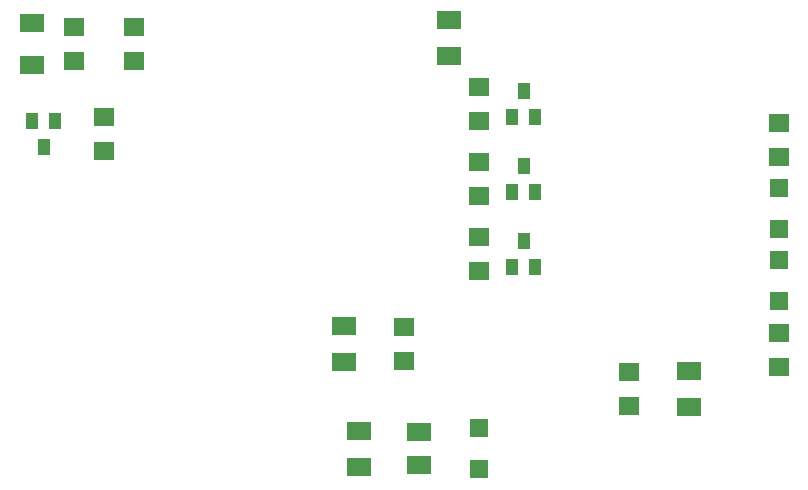
<source format=gbr>
G04 EAGLE Gerber RS-274X export*
G75*
%MOMM*%
%FSLAX34Y34*%
%LPD*%
%INSolderpaste Top*%
%IPPOS*%
%AMOC8*
5,1,8,0,0,1.08239X$1,22.5*%
G01*
%ADD10R,2.000000X1.500000*%
%ADD11R,2.100000X1.500000*%
%ADD12R,1.500000X1.500000*%
%ADD13R,1.803000X1.600000*%
%ADD14R,1.000000X1.400000*%
%ADD15R,2.000000X1.600000*%


D10*
X698500Y73900D03*
X698500Y103900D03*
X685800Y162800D03*
X685800Y192800D03*
X977900Y154700D03*
X977900Y124700D03*
X774700Y451880D03*
X774700Y421880D03*
D11*
X421640Y413800D03*
X421640Y449800D03*
D12*
X1054100Y248640D03*
X1054100Y213640D03*
X1054100Y274600D03*
X1054100Y309600D03*
X800100Y71400D03*
X800100Y106400D03*
D13*
X1054100Y158500D03*
X1054100Y186940D03*
X457200Y417580D03*
X457200Y446020D03*
X482600Y341380D03*
X482600Y369820D03*
X1054100Y364740D03*
X1054100Y336300D03*
X800100Y268220D03*
X800100Y239780D03*
X800100Y331720D03*
X800100Y303280D03*
X736600Y163580D03*
X736600Y192020D03*
X800100Y395220D03*
X800100Y366780D03*
X927100Y153920D03*
X927100Y125480D03*
X508000Y446020D03*
X508000Y417580D03*
D14*
X838200Y265000D03*
X847700Y243000D03*
X828700Y243000D03*
X838200Y328500D03*
X847700Y306500D03*
X828700Y306500D03*
X838200Y392000D03*
X847700Y370000D03*
X828700Y370000D03*
X431800Y344600D03*
X422300Y366600D03*
X441300Y366600D03*
D15*
X749300Y74900D03*
X749300Y102900D03*
M02*

</source>
